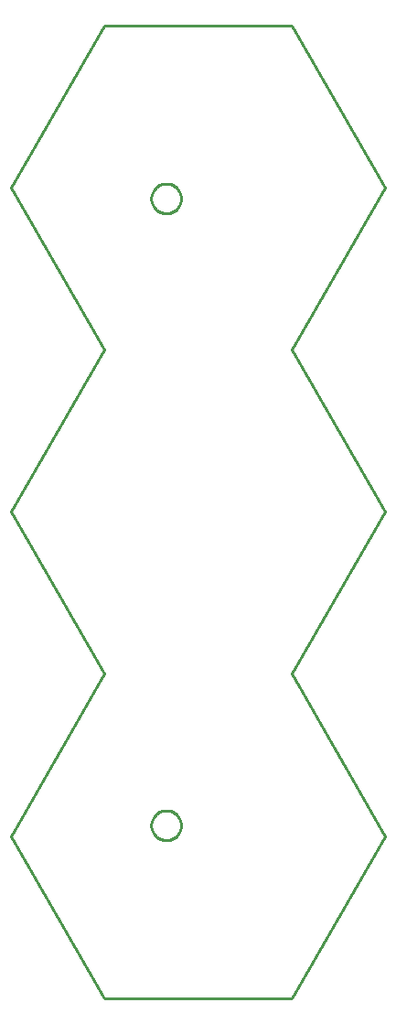
<source format=gbr>
G04 EAGLE Gerber RS-274X export*
G75*
%MOMM*%
%FSLAX34Y34*%
%LPD*%
%IN*%
%IPPOS*%
%AMOC8*
5,1,8,0,0,1.08239X$1,22.5*%
G01*
%ADD10C,0.254000*%


D10*
X-173792Y100D02*
X-87177Y-149931D01*
X-173783Y-299923D01*
X-87168Y-449954D01*
X86025Y-449944D01*
X172630Y-299961D01*
X86034Y-149940D01*
X172621Y15D01*
X86025Y150036D01*
X172621Y300019D01*
X85973Y450111D01*
X-87168Y450111D01*
X-173774Y300038D01*
X-87177Y150093D01*
X-173792Y100D01*
X-16250Y-290491D02*
X-16320Y-291471D01*
X-16460Y-292443D01*
X-16669Y-293403D01*
X-16945Y-294345D01*
X-17289Y-295265D01*
X-17697Y-296159D01*
X-18167Y-297021D01*
X-18698Y-297847D01*
X-19287Y-298633D01*
X-19930Y-299375D01*
X-20625Y-300070D01*
X-21367Y-300713D01*
X-22153Y-301302D01*
X-22979Y-301833D01*
X-23841Y-302303D01*
X-24735Y-302711D01*
X-25655Y-303055D01*
X-26597Y-303331D01*
X-27557Y-303540D01*
X-28529Y-303680D01*
X-29509Y-303750D01*
X-30491Y-303750D01*
X-31471Y-303680D01*
X-32443Y-303540D01*
X-33403Y-303331D01*
X-34345Y-303055D01*
X-35265Y-302711D01*
X-36159Y-302303D01*
X-37021Y-301833D01*
X-37847Y-301302D01*
X-38633Y-300713D01*
X-39375Y-300070D01*
X-40070Y-299375D01*
X-40713Y-298633D01*
X-41302Y-297847D01*
X-41833Y-297021D01*
X-42303Y-296159D01*
X-42711Y-295265D01*
X-43055Y-294345D01*
X-43331Y-293403D01*
X-43540Y-292443D01*
X-43680Y-291471D01*
X-43750Y-290491D01*
X-43750Y-289509D01*
X-43680Y-288529D01*
X-43540Y-287557D01*
X-43331Y-286597D01*
X-43055Y-285655D01*
X-42711Y-284735D01*
X-42303Y-283841D01*
X-41833Y-282979D01*
X-41302Y-282153D01*
X-40713Y-281367D01*
X-40070Y-280625D01*
X-39375Y-279930D01*
X-38633Y-279287D01*
X-37847Y-278698D01*
X-37021Y-278167D01*
X-36159Y-277697D01*
X-35265Y-277289D01*
X-34345Y-276945D01*
X-33403Y-276669D01*
X-32443Y-276460D01*
X-31471Y-276320D01*
X-30491Y-276250D01*
X-29509Y-276250D01*
X-28529Y-276320D01*
X-27557Y-276460D01*
X-26597Y-276669D01*
X-25655Y-276945D01*
X-24735Y-277289D01*
X-23841Y-277697D01*
X-22979Y-278167D01*
X-22153Y-278698D01*
X-21367Y-279287D01*
X-20625Y-279930D01*
X-19930Y-280625D01*
X-19287Y-281367D01*
X-18698Y-282153D01*
X-18167Y-282979D01*
X-17697Y-283841D01*
X-17289Y-284735D01*
X-16945Y-285655D01*
X-16669Y-286597D01*
X-16460Y-287557D01*
X-16320Y-288529D01*
X-16250Y-289509D01*
X-16250Y-290491D01*
X-16250Y289509D02*
X-16320Y288529D01*
X-16460Y287557D01*
X-16669Y286597D01*
X-16945Y285655D01*
X-17289Y284735D01*
X-17697Y283841D01*
X-18167Y282979D01*
X-18698Y282153D01*
X-19287Y281367D01*
X-19930Y280625D01*
X-20625Y279930D01*
X-21367Y279287D01*
X-22153Y278698D01*
X-22979Y278167D01*
X-23841Y277697D01*
X-24735Y277289D01*
X-25655Y276945D01*
X-26597Y276669D01*
X-27557Y276460D01*
X-28529Y276320D01*
X-29509Y276250D01*
X-30491Y276250D01*
X-31471Y276320D01*
X-32443Y276460D01*
X-33403Y276669D01*
X-34345Y276945D01*
X-35265Y277289D01*
X-36159Y277697D01*
X-37021Y278167D01*
X-37847Y278698D01*
X-38633Y279287D01*
X-39375Y279930D01*
X-40070Y280625D01*
X-40713Y281367D01*
X-41302Y282153D01*
X-41833Y282979D01*
X-42303Y283841D01*
X-42711Y284735D01*
X-43055Y285655D01*
X-43331Y286597D01*
X-43540Y287557D01*
X-43680Y288529D01*
X-43750Y289509D01*
X-43750Y290491D01*
X-43680Y291471D01*
X-43540Y292443D01*
X-43331Y293403D01*
X-43055Y294345D01*
X-42711Y295265D01*
X-42303Y296159D01*
X-41833Y297021D01*
X-41302Y297847D01*
X-40713Y298633D01*
X-40070Y299375D01*
X-39375Y300070D01*
X-38633Y300713D01*
X-37847Y301302D01*
X-37021Y301833D01*
X-36159Y302303D01*
X-35265Y302711D01*
X-34345Y303055D01*
X-33403Y303331D01*
X-32443Y303540D01*
X-31471Y303680D01*
X-30491Y303750D01*
X-29509Y303750D01*
X-28529Y303680D01*
X-27557Y303540D01*
X-26597Y303331D01*
X-25655Y303055D01*
X-24735Y302711D01*
X-23841Y302303D01*
X-22979Y301833D01*
X-22153Y301302D01*
X-21367Y300713D01*
X-20625Y300070D01*
X-19930Y299375D01*
X-19287Y298633D01*
X-18698Y297847D01*
X-18167Y297021D01*
X-17697Y296159D01*
X-17289Y295265D01*
X-16945Y294345D01*
X-16669Y293403D01*
X-16460Y292443D01*
X-16320Y291471D01*
X-16250Y290491D01*
X-16250Y289509D01*
M02*

</source>
